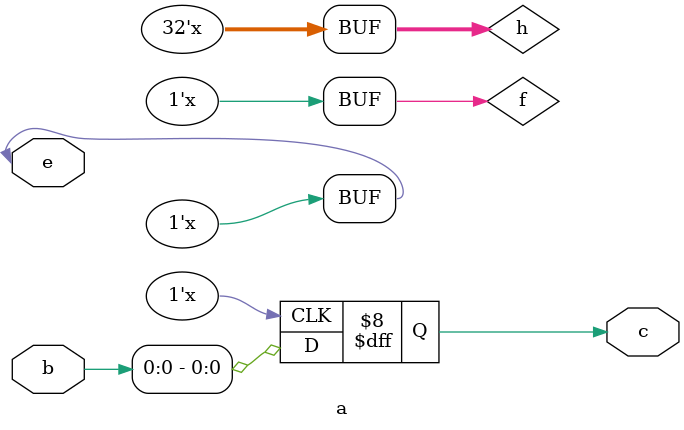
<source format=v>
module a (
    input  [2:0] b,
    input        e,
    output       c
);
    wire [31:0]  d;
    reg  [31:0]  h;
    reg          f;
    reg          g;
    reg          i;
    
    always @(posedge e) begin
        c <= b;
        h <= b;
    end
    
    always @(*) begin
        e = f;
        case (f)
            'd1: begin
                f = d * h ? 0 : g;
                h = f + i;
            end
        endcase
    end
endmodule
</source>
